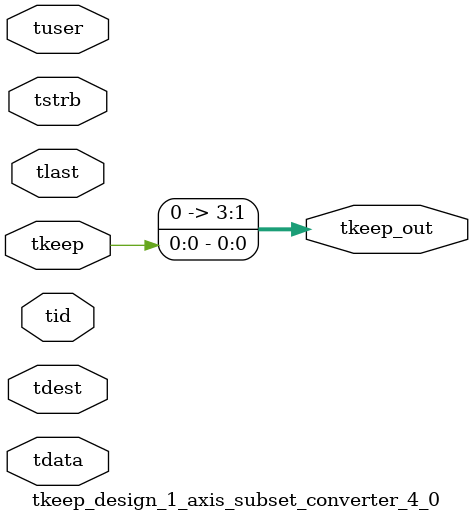
<source format=v>


`timescale 1ps/1ps

module tkeep_design_1_axis_subset_converter_4_0 #
(
parameter C_S_AXIS_TDATA_WIDTH = 32,
parameter C_S_AXIS_TUSER_WIDTH = 0,
parameter C_S_AXIS_TID_WIDTH   = 0,
parameter C_S_AXIS_TDEST_WIDTH = 0,
parameter C_M_AXIS_TDATA_WIDTH = 32
)
(
input  [(C_S_AXIS_TDATA_WIDTH == 0 ? 1 : C_S_AXIS_TDATA_WIDTH)-1:0     ] tdata,
input  [(C_S_AXIS_TUSER_WIDTH == 0 ? 1 : C_S_AXIS_TUSER_WIDTH)-1:0     ] tuser,
input  [(C_S_AXIS_TID_WIDTH   == 0 ? 1 : C_S_AXIS_TID_WIDTH)-1:0       ] tid,
input  [(C_S_AXIS_TDEST_WIDTH == 0 ? 1 : C_S_AXIS_TDEST_WIDTH)-1:0     ] tdest,
input  [(C_S_AXIS_TDATA_WIDTH/8)-1:0 ] tkeep,
input  [(C_S_AXIS_TDATA_WIDTH/8)-1:0 ] tstrb,
input                                                                    tlast,
output [(C_M_AXIS_TDATA_WIDTH/8)-1:0 ] tkeep_out
);

assign tkeep_out = {tkeep[0:0]};

endmodule


</source>
